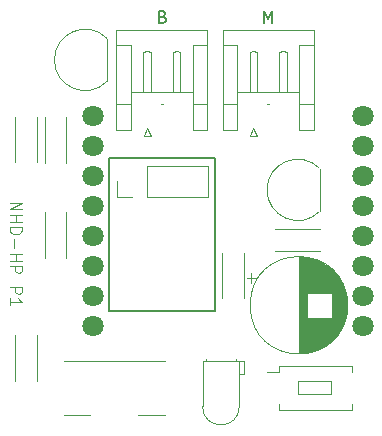
<source format=gbr>
%TF.GenerationSoftware,KiCad,Pcbnew,9.0.0*%
%TF.CreationDate,2025-05-01T09:51:15-03:00*%
%TF.ProjectId,Mini D1 Puck,4d696e69-2044-4312-9050-75636b2e6b69,rev?*%
%TF.SameCoordinates,Original*%
%TF.FileFunction,Legend,Top*%
%TF.FilePolarity,Positive*%
%FSLAX46Y46*%
G04 Gerber Fmt 4.6, Leading zero omitted, Abs format (unit mm)*
G04 Created by KiCad (PCBNEW 9.0.0) date 2025-05-01 09:51:15*
%MOMM*%
%LPD*%
G01*
G04 APERTURE LIST*
%ADD10C,0.200000*%
%ADD11C,0.125000*%
%ADD12C,0.150000*%
%ADD13C,0.120000*%
%ADD14C,1.800000*%
G04 APERTURE END LIST*
D10*
X178500000Y-63500000D02*
X187500000Y-63500000D01*
X187500000Y-76500000D01*
X178500000Y-76500000D01*
X178500000Y-63500000D01*
D11*
X170128880Y-67320331D02*
X171128880Y-67320331D01*
X171128880Y-67320331D02*
X170128880Y-67891759D01*
X170128880Y-67891759D02*
X171128880Y-67891759D01*
X170128880Y-68367950D02*
X171128880Y-68367950D01*
X170652690Y-68367950D02*
X170652690Y-68939378D01*
X170128880Y-68939378D02*
X171128880Y-68939378D01*
X170128880Y-69415569D02*
X171128880Y-69415569D01*
X171128880Y-69415569D02*
X171128880Y-69653664D01*
X171128880Y-69653664D02*
X171081261Y-69796521D01*
X171081261Y-69796521D02*
X170986023Y-69891759D01*
X170986023Y-69891759D02*
X170890785Y-69939378D01*
X170890785Y-69939378D02*
X170700309Y-69986997D01*
X170700309Y-69986997D02*
X170557452Y-69986997D01*
X170557452Y-69986997D02*
X170366976Y-69939378D01*
X170366976Y-69939378D02*
X170271738Y-69891759D01*
X170271738Y-69891759D02*
X170176500Y-69796521D01*
X170176500Y-69796521D02*
X170128880Y-69653664D01*
X170128880Y-69653664D02*
X170128880Y-69415569D01*
X170509833Y-70415569D02*
X170509833Y-71177474D01*
X170128880Y-71653664D02*
X171128880Y-71653664D01*
X170652690Y-71653664D02*
X170652690Y-72225092D01*
X170128880Y-72225092D02*
X171128880Y-72225092D01*
X170128880Y-72701283D02*
X171128880Y-72701283D01*
X171128880Y-72701283D02*
X171128880Y-73082235D01*
X171128880Y-73082235D02*
X171081261Y-73177473D01*
X171081261Y-73177473D02*
X171033642Y-73225092D01*
X171033642Y-73225092D02*
X170938404Y-73272711D01*
X170938404Y-73272711D02*
X170795547Y-73272711D01*
X170795547Y-73272711D02*
X170700309Y-73225092D01*
X170700309Y-73225092D02*
X170652690Y-73177473D01*
X170652690Y-73177473D02*
X170605071Y-73082235D01*
X170605071Y-73082235D02*
X170605071Y-72701283D01*
X170128880Y-74463188D02*
X171128880Y-74463188D01*
X171128880Y-74463188D02*
X171128880Y-74844140D01*
X171128880Y-74844140D02*
X171081261Y-74939378D01*
X171081261Y-74939378D02*
X171033642Y-74986997D01*
X171033642Y-74986997D02*
X170938404Y-75034616D01*
X170938404Y-75034616D02*
X170795547Y-75034616D01*
X170795547Y-75034616D02*
X170700309Y-74986997D01*
X170700309Y-74986997D02*
X170652690Y-74939378D01*
X170652690Y-74939378D02*
X170605071Y-74844140D01*
X170605071Y-74844140D02*
X170605071Y-74463188D01*
X170128880Y-75986997D02*
X170128880Y-75415569D01*
X170128880Y-75701283D02*
X171128880Y-75701283D01*
X171128880Y-75701283D02*
X170986023Y-75606045D01*
X170986023Y-75606045D02*
X170890785Y-75510807D01*
X170890785Y-75510807D02*
X170843166Y-75415569D01*
D12*
X183071428Y-51563509D02*
X183214285Y-51611128D01*
X183214285Y-51611128D02*
X183261904Y-51658747D01*
X183261904Y-51658747D02*
X183309523Y-51753985D01*
X183309523Y-51753985D02*
X183309523Y-51896842D01*
X183309523Y-51896842D02*
X183261904Y-51992080D01*
X183261904Y-51992080D02*
X183214285Y-52039700D01*
X183214285Y-52039700D02*
X183119047Y-52087319D01*
X183119047Y-52087319D02*
X182738095Y-52087319D01*
X182738095Y-52087319D02*
X182738095Y-51087319D01*
X182738095Y-51087319D02*
X183071428Y-51087319D01*
X183071428Y-51087319D02*
X183166666Y-51134938D01*
X183166666Y-51134938D02*
X183214285Y-51182557D01*
X183214285Y-51182557D02*
X183261904Y-51277795D01*
X183261904Y-51277795D02*
X183261904Y-51373033D01*
X183261904Y-51373033D02*
X183214285Y-51468271D01*
X183214285Y-51468271D02*
X183166666Y-51515890D01*
X183166666Y-51515890D02*
X183071428Y-51563509D01*
X183071428Y-51563509D02*
X182738095Y-51563509D01*
X191666667Y-52087319D02*
X191666667Y-51087319D01*
X191666667Y-51087319D02*
X192000000Y-51801604D01*
X192000000Y-51801604D02*
X192333333Y-51087319D01*
X192333333Y-51087319D02*
X192333333Y-52087319D01*
D13*
%TO.C,R6*%
X170580000Y-82380000D02*
X170580000Y-78540000D01*
X172420000Y-82380000D02*
X172420000Y-78540000D01*
%TO.C,SW2*%
X194500000Y-82450000D02*
X197350000Y-82450000D01*
X197350000Y-83500000D01*
X194500000Y-83500000D01*
X194500000Y-82450000D01*
X199100000Y-84390000D02*
X199100000Y-84850000D01*
X199100000Y-81150000D02*
X199100000Y-81610000D01*
X199100000Y-81150000D02*
X192900000Y-81150000D01*
X192900000Y-84850000D02*
X199100000Y-84850000D01*
X192900000Y-84390000D02*
X192900000Y-84850000D01*
X192900000Y-81610000D02*
X191900000Y-81610000D01*
X192900000Y-81150000D02*
X192900000Y-81610000D01*
%TO.C,R5*%
X174920000Y-68120000D02*
X174920000Y-71960000D01*
X173080000Y-68120000D02*
X173080000Y-71960000D01*
%TO.C,Q2*%
X178350000Y-57030000D02*
X178350000Y-53430000D01*
X173900000Y-55230000D02*
G75*
G02*
X178338478Y-53391522I2600000J0D01*
G01*
X178338478Y-57068478D02*
G75*
G02*
X173899999Y-55230000I-1838478J1838478D01*
G01*
%TO.C,Q1*%
X196350000Y-68030000D02*
X196350000Y-64430000D01*
X191900000Y-66230000D02*
G75*
G02*
X196338478Y-64391522I2600000J0D01*
G01*
X196338478Y-68068478D02*
G75*
G02*
X191899999Y-66230000I-1838478J1838478D01*
G01*
%TO.C,SW1*%
X174700000Y-80700000D02*
X183300000Y-80700000D01*
X174700000Y-85300000D02*
X176900000Y-85300000D01*
X181000000Y-85300000D02*
X183300000Y-85300000D01*
%TO.C,R3*%
X173080000Y-63920000D02*
X173080000Y-60080000D01*
X174920000Y-63920000D02*
X174920000Y-60080000D01*
%TO.C,D1*%
X186440000Y-80710000D02*
X186440000Y-84570000D01*
X186440000Y-80710000D02*
X189560000Y-80710000D01*
X186730000Y-80580000D02*
X186730000Y-80580000D01*
X186730000Y-80580000D02*
X186730000Y-80710000D01*
X186730000Y-80710000D02*
X186730000Y-80580000D01*
X186730000Y-80710000D02*
X186730000Y-80710000D01*
X189270000Y-80580000D02*
X189270000Y-80580000D01*
X189270000Y-80580000D02*
X189270000Y-80710000D01*
X189270000Y-80710000D02*
X189270000Y-80580000D01*
X189270000Y-80710000D02*
X189270000Y-80710000D01*
X189560000Y-80710000D02*
X189560000Y-84570000D01*
X189560000Y-80710000D02*
X189960000Y-80710000D01*
X189560000Y-81830000D02*
X189560000Y-80710000D01*
X189960000Y-80710000D02*
X189960000Y-81830000D01*
X189960000Y-81830000D02*
X189560000Y-81830000D01*
X189560000Y-84570000D02*
G75*
G02*
X186440000Y-84570000I-1560000J0D01*
G01*
%TO.C,R2*%
X188080000Y-71580000D02*
X188080000Y-75420000D01*
X189920000Y-71580000D02*
X189920000Y-75420000D01*
%TO.C,B*%
X179140000Y-52722500D02*
X186860000Y-52722500D01*
X179140000Y-53942500D02*
X180360000Y-53942500D01*
X179140000Y-61142500D02*
X179140000Y-52722500D01*
X180360000Y-53942500D02*
X180360000Y-58942500D01*
X180360000Y-57942500D02*
X185640000Y-57942500D01*
X180360000Y-58942500D02*
X179140000Y-58942500D01*
X180360000Y-58942500D02*
X180360000Y-61142500D01*
X180360000Y-61142500D02*
X179140000Y-61142500D01*
X181430000Y-54522500D02*
X181750000Y-54442500D01*
X181430000Y-57942500D02*
X181430000Y-54522500D01*
X181450000Y-61632500D02*
X182050000Y-61632500D01*
X181750000Y-54442500D02*
X182070000Y-54522500D01*
X181750000Y-57942500D02*
X181430000Y-57942500D01*
X181750000Y-61032500D02*
X181450000Y-61632500D01*
X182050000Y-61632500D02*
X181750000Y-61032500D01*
X182070000Y-54522500D02*
X182070000Y-57942500D01*
X182070000Y-57942500D02*
X181750000Y-57942500D01*
X182920000Y-58942500D02*
X183080000Y-58942500D01*
X183930000Y-54522500D02*
X184250000Y-54442500D01*
X183930000Y-57942500D02*
X183930000Y-54522500D01*
X184250000Y-54442500D02*
X184570000Y-54522500D01*
X184250000Y-57942500D02*
X183930000Y-57942500D01*
X184570000Y-54522500D02*
X184570000Y-57942500D01*
X184570000Y-57942500D02*
X184250000Y-57942500D01*
X185640000Y-53942500D02*
X185640000Y-58942500D01*
X185640000Y-58942500D02*
X186860000Y-58942500D01*
X185640000Y-61142500D02*
X185640000Y-58942500D01*
X186860000Y-52722500D02*
X186860000Y-61142500D01*
X186860000Y-53942500D02*
X185640000Y-53942500D01*
X186860000Y-61142500D02*
X185640000Y-61142500D01*
%TO.C,C1*%
X190187651Y-73685000D02*
X190987651Y-73685000D01*
X190587651Y-73285000D02*
X190587651Y-74085000D01*
X194597349Y-71920000D02*
X194597349Y-80080000D01*
X194637349Y-71920000D02*
X194637349Y-80080000D01*
X194677349Y-71920000D02*
X194677349Y-80080000D01*
X194717349Y-71921000D02*
X194717349Y-80079000D01*
X194757349Y-71923000D02*
X194757349Y-80077000D01*
X194797349Y-71924000D02*
X194797349Y-80076000D01*
X194837349Y-71926000D02*
X194837349Y-80074000D01*
X194877349Y-71929000D02*
X194877349Y-80071000D01*
X194917349Y-71932000D02*
X194917349Y-80068000D01*
X194957349Y-71935000D02*
X194957349Y-80065000D01*
X194997349Y-71939000D02*
X194997349Y-80061000D01*
X195037349Y-71943000D02*
X195037349Y-80057000D01*
X195077349Y-71948000D02*
X195077349Y-80052000D01*
X195117349Y-71952000D02*
X195117349Y-80048000D01*
X195157349Y-71958000D02*
X195157349Y-80042000D01*
X195197349Y-71963000D02*
X195197349Y-80037000D01*
X195237349Y-71970000D02*
X195237349Y-80030000D01*
X195277349Y-71976000D02*
X195277349Y-80024000D01*
X195318349Y-71983000D02*
X195318349Y-74960000D01*
X195318349Y-77040000D02*
X195318349Y-80017000D01*
X195358349Y-71990000D02*
X195358349Y-74960000D01*
X195358349Y-77040000D02*
X195358349Y-80010000D01*
X195398349Y-71998000D02*
X195398349Y-74960000D01*
X195398349Y-77040000D02*
X195398349Y-80002000D01*
X195438349Y-72006000D02*
X195438349Y-74960000D01*
X195438349Y-77040000D02*
X195438349Y-79994000D01*
X195478349Y-72015000D02*
X195478349Y-74960000D01*
X195478349Y-77040000D02*
X195478349Y-79985000D01*
X195518349Y-72024000D02*
X195518349Y-74960000D01*
X195518349Y-77040000D02*
X195518349Y-79976000D01*
X195558349Y-72033000D02*
X195558349Y-74960000D01*
X195558349Y-77040000D02*
X195558349Y-79967000D01*
X195598349Y-72043000D02*
X195598349Y-74960000D01*
X195598349Y-77040000D02*
X195598349Y-79957000D01*
X195638349Y-72053000D02*
X195638349Y-74960000D01*
X195638349Y-77040000D02*
X195638349Y-79947000D01*
X195678349Y-72064000D02*
X195678349Y-74960000D01*
X195678349Y-77040000D02*
X195678349Y-79936000D01*
X195718349Y-72075000D02*
X195718349Y-74960000D01*
X195718349Y-77040000D02*
X195718349Y-79925000D01*
X195758349Y-72086000D02*
X195758349Y-74960000D01*
X195758349Y-77040000D02*
X195758349Y-79914000D01*
X195798349Y-72098000D02*
X195798349Y-74960000D01*
X195798349Y-77040000D02*
X195798349Y-79902000D01*
X195838349Y-72111000D02*
X195838349Y-74960000D01*
X195838349Y-77040000D02*
X195838349Y-79889000D01*
X195878349Y-72123000D02*
X195878349Y-74960000D01*
X195878349Y-77040000D02*
X195878349Y-79877000D01*
X195918349Y-72137000D02*
X195918349Y-74960000D01*
X195918349Y-77040000D02*
X195918349Y-79863000D01*
X195958349Y-72150000D02*
X195958349Y-74960000D01*
X195958349Y-77040000D02*
X195958349Y-79850000D01*
X195998349Y-72165000D02*
X195998349Y-74960000D01*
X195998349Y-77040000D02*
X195998349Y-79835000D01*
X196038349Y-72179000D02*
X196038349Y-74960000D01*
X196038349Y-77040000D02*
X196038349Y-79821000D01*
X196078349Y-72195000D02*
X196078349Y-74960000D01*
X196078349Y-77040000D02*
X196078349Y-79805000D01*
X196118349Y-72210000D02*
X196118349Y-74960000D01*
X196118349Y-77040000D02*
X196118349Y-79790000D01*
X196158349Y-72226000D02*
X196158349Y-74960000D01*
X196158349Y-77040000D02*
X196158349Y-79774000D01*
X196198349Y-72243000D02*
X196198349Y-74960000D01*
X196198349Y-77040000D02*
X196198349Y-79757000D01*
X196238349Y-72260000D02*
X196238349Y-74960000D01*
X196238349Y-77040000D02*
X196238349Y-79740000D01*
X196278349Y-72278000D02*
X196278349Y-74960000D01*
X196278349Y-77040000D02*
X196278349Y-79722000D01*
X196318349Y-72296000D02*
X196318349Y-74960000D01*
X196318349Y-77040000D02*
X196318349Y-79704000D01*
X196358349Y-72314000D02*
X196358349Y-74960000D01*
X196358349Y-77040000D02*
X196358349Y-79686000D01*
X196398349Y-72334000D02*
X196398349Y-74960000D01*
X196398349Y-77040000D02*
X196398349Y-79666000D01*
X196438349Y-72353000D02*
X196438349Y-74960000D01*
X196438349Y-77040000D02*
X196438349Y-79647000D01*
X196478349Y-72373000D02*
X196478349Y-74960000D01*
X196478349Y-77040000D02*
X196478349Y-79627000D01*
X196518349Y-72394000D02*
X196518349Y-74960000D01*
X196518349Y-77040000D02*
X196518349Y-79606000D01*
X196558349Y-72416000D02*
X196558349Y-74960000D01*
X196558349Y-77040000D02*
X196558349Y-79584000D01*
X196598349Y-72438000D02*
X196598349Y-74960000D01*
X196598349Y-77040000D02*
X196598349Y-79562000D01*
X196638349Y-72460000D02*
X196638349Y-74960000D01*
X196638349Y-77040000D02*
X196638349Y-79540000D01*
X196678349Y-72483000D02*
X196678349Y-74960000D01*
X196678349Y-77040000D02*
X196678349Y-79517000D01*
X196718349Y-72507000D02*
X196718349Y-74960000D01*
X196718349Y-77040000D02*
X196718349Y-79493000D01*
X196758349Y-72531000D02*
X196758349Y-74960000D01*
X196758349Y-77040000D02*
X196758349Y-79469000D01*
X196798349Y-72556000D02*
X196798349Y-74960000D01*
X196798349Y-77040000D02*
X196798349Y-79444000D01*
X196838349Y-72582000D02*
X196838349Y-74960000D01*
X196838349Y-77040000D02*
X196838349Y-79418000D01*
X196878349Y-72608000D02*
X196878349Y-74960000D01*
X196878349Y-77040000D02*
X196878349Y-79392000D01*
X196918349Y-72635000D02*
X196918349Y-74960000D01*
X196918349Y-77040000D02*
X196918349Y-79365000D01*
X196958349Y-72662000D02*
X196958349Y-74960000D01*
X196958349Y-77040000D02*
X196958349Y-79338000D01*
X196998349Y-72691000D02*
X196998349Y-74960000D01*
X196998349Y-77040000D02*
X196998349Y-79309000D01*
X197038349Y-72720000D02*
X197038349Y-74960000D01*
X197038349Y-77040000D02*
X197038349Y-79280000D01*
X197078349Y-72750000D02*
X197078349Y-74960000D01*
X197078349Y-77040000D02*
X197078349Y-79250000D01*
X197118349Y-72780000D02*
X197118349Y-74960000D01*
X197118349Y-77040000D02*
X197118349Y-79220000D01*
X197158349Y-72811000D02*
X197158349Y-74960000D01*
X197158349Y-77040000D02*
X197158349Y-79189000D01*
X197198349Y-72844000D02*
X197198349Y-74960000D01*
X197198349Y-77040000D02*
X197198349Y-79156000D01*
X197238349Y-72876000D02*
X197238349Y-74960000D01*
X197238349Y-77040000D02*
X197238349Y-79124000D01*
X197278349Y-72910000D02*
X197278349Y-74960000D01*
X197278349Y-77040000D02*
X197278349Y-79090000D01*
X197318349Y-72945000D02*
X197318349Y-74960000D01*
X197318349Y-77040000D02*
X197318349Y-79055000D01*
X197358349Y-72981000D02*
X197358349Y-74960000D01*
X197358349Y-77040000D02*
X197358349Y-79019000D01*
X197398349Y-73017000D02*
X197398349Y-78983000D01*
X197438349Y-73055000D02*
X197438349Y-78945000D01*
X197478349Y-73093000D02*
X197478349Y-78907000D01*
X197518349Y-73133000D02*
X197518349Y-78867000D01*
X197558349Y-73174000D02*
X197558349Y-78826000D01*
X197598349Y-73216000D02*
X197598349Y-78784000D01*
X197638349Y-73259000D02*
X197638349Y-78741000D01*
X197678349Y-73303000D02*
X197678349Y-78697000D01*
X197718349Y-73349000D02*
X197718349Y-78651000D01*
X197758349Y-73396000D02*
X197758349Y-78604000D01*
X197798349Y-73444000D02*
X197798349Y-78556000D01*
X197838349Y-73495000D02*
X197838349Y-78505000D01*
X197878349Y-73546000D02*
X197878349Y-78454000D01*
X197918349Y-73600000D02*
X197918349Y-78400000D01*
X197958349Y-73655000D02*
X197958349Y-78345000D01*
X197998349Y-73713000D02*
X197998349Y-78287000D01*
X198038349Y-73772000D02*
X198038349Y-78228000D01*
X198078349Y-73834000D02*
X198078349Y-78166000D01*
X198118349Y-73898000D02*
X198118349Y-78102000D01*
X198158349Y-73966000D02*
X198158349Y-78034000D01*
X198198349Y-74036000D02*
X198198349Y-77964000D01*
X198238349Y-74110000D02*
X198238349Y-77890000D01*
X198278349Y-74187000D02*
X198278349Y-77813000D01*
X198318349Y-74269000D02*
X198318349Y-77731000D01*
X198358349Y-74355000D02*
X198358349Y-77645000D01*
X198398349Y-74448000D02*
X198398349Y-77552000D01*
X198438349Y-74547000D02*
X198438349Y-77453000D01*
X198478349Y-74654000D02*
X198478349Y-77346000D01*
X198518349Y-74771000D02*
X198518349Y-77229000D01*
X198558349Y-74902000D02*
X198558349Y-77098000D01*
X198598349Y-75052000D02*
X198598349Y-76948000D01*
X198638349Y-75232000D02*
X198638349Y-76768000D01*
X198678349Y-75467000D02*
X198678349Y-76533000D01*
X198717349Y-76000000D02*
G75*
G02*
X190477349Y-76000000I-4120000J0D01*
G01*
X190477349Y-76000000D02*
G75*
G02*
X198717349Y-76000000I4120000J0D01*
G01*
%TO.C,J1*%
X179170000Y-66830000D02*
X179170000Y-65500000D01*
X180500000Y-66830000D02*
X179170000Y-66830000D01*
X181770000Y-64170000D02*
X186910000Y-64170000D01*
X181770000Y-66830000D02*
X181770000Y-64170000D01*
X181770000Y-66830000D02*
X186910000Y-66830000D01*
X186910000Y-66830000D02*
X186910000Y-64170000D01*
%TO.C,M*%
X188140000Y-52722500D02*
X195860000Y-52722500D01*
X188140000Y-53942500D02*
X189360000Y-53942500D01*
X188140000Y-61142500D02*
X188140000Y-52722500D01*
X189360000Y-53942500D02*
X189360000Y-58942500D01*
X189360000Y-57942500D02*
X194640000Y-57942500D01*
X189360000Y-58942500D02*
X188140000Y-58942500D01*
X189360000Y-58942500D02*
X189360000Y-61142500D01*
X189360000Y-61142500D02*
X188140000Y-61142500D01*
X190430000Y-54522500D02*
X190750000Y-54442500D01*
X190430000Y-57942500D02*
X190430000Y-54522500D01*
X190450000Y-61632500D02*
X191050000Y-61632500D01*
X190750000Y-54442500D02*
X191070000Y-54522500D01*
X190750000Y-57942500D02*
X190430000Y-57942500D01*
X190750000Y-61032500D02*
X190450000Y-61632500D01*
X191050000Y-61632500D02*
X190750000Y-61032500D01*
X191070000Y-54522500D02*
X191070000Y-57942500D01*
X191070000Y-57942500D02*
X190750000Y-57942500D01*
X191920000Y-58942500D02*
X192080000Y-58942500D01*
X192930000Y-54522500D02*
X193250000Y-54442500D01*
X192930000Y-57942500D02*
X192930000Y-54522500D01*
X193250000Y-54442500D02*
X193570000Y-54522500D01*
X193250000Y-57942500D02*
X192930000Y-57942500D01*
X193570000Y-54522500D02*
X193570000Y-57942500D01*
X193570000Y-57942500D02*
X193250000Y-57942500D01*
X194640000Y-53942500D02*
X194640000Y-58942500D01*
X194640000Y-58942500D02*
X195860000Y-58942500D01*
X194640000Y-61142500D02*
X194640000Y-58942500D01*
X195860000Y-52722500D02*
X195860000Y-61142500D01*
X195860000Y-53942500D02*
X194640000Y-53942500D01*
X195860000Y-61142500D02*
X194640000Y-61142500D01*
%TO.C,R4*%
X170580000Y-63880000D02*
X170580000Y-60040000D01*
X172420000Y-63880000D02*
X172420000Y-60040000D01*
%TO.C,R1*%
X196420000Y-69580000D02*
X192580000Y-69580000D01*
X196420000Y-71420000D02*
X192580000Y-71420000D01*
%TD*%
D14*
%TO.C,U1*%
X177140000Y-77780000D03*
X177140000Y-75240000D03*
X177140000Y-72700000D03*
X177140000Y-70160000D03*
X177140000Y-67620000D03*
X177140000Y-65080000D03*
X177140000Y-62540000D03*
X177140000Y-60000000D03*
X200000000Y-60000000D03*
X200000000Y-62540000D03*
X200000000Y-65080000D03*
X200000000Y-67620000D03*
X200000000Y-70160000D03*
X200000000Y-72700000D03*
X200000000Y-75240000D03*
X200000000Y-77780000D03*
%TD*%
M02*

</source>
